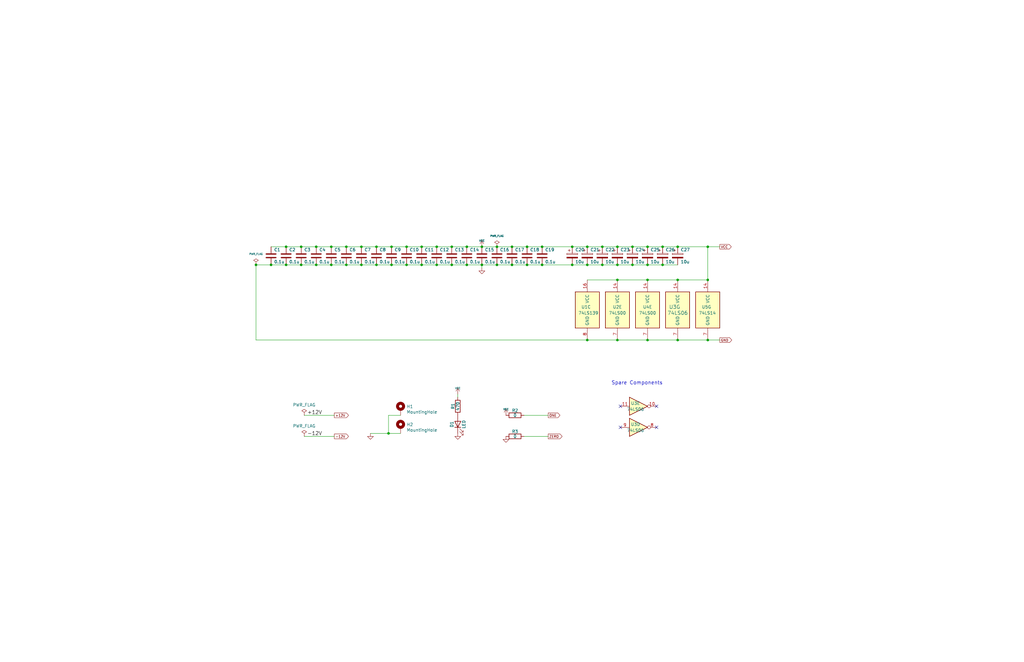
<source format=kicad_sch>
(kicad_sch (version 20211123) (generator eeschema)
  (paper "B")
  (lib_symbols
    (symbol "74xx:74LS00" (pin_names (offset 1.016))
      (property "Reference" "U" (at 0 1.27 0))
      (property "Value" "74LS00" (at 0 -1.27 0))
      (symbol "74LS00_1_1"
        (arc (start 0 -3.81) (mid 3.81 0) (end 0 3.81) (stroke (width 0.254)) (fill (type background)))
        (polyline (pts (xy 0 3.81) (xy -3.81 3.81) (xy -3.81 -3.81) (xy 0 -3.81)) (stroke (width 0.254)) (fill (type background)))
        (pin input line (at -7.62 2.54 0) (length 3.81) (name "~") (number "1"))
        (pin input line (at -7.62 -2.54 0) (length 3.81) (name "~") (number "2"))
        (pin output inverted (at 7.62 0 180) (length 3.81) (name "~") (number "3"))
      )
      (symbol "74LS00_1_2"
        (arc (start -3.81 -3.81) (mid -2.589 0) (end -3.81 3.81) (stroke (width 0.254)))
        (arc (start -0.6096 -3.81) (mid 2.1842 -2.5851) (end 3.81 0) (stroke (width 0.254)) (fill (type background)))
        (polyline (pts (xy -3.81 -3.81) (xy -0.635 -3.81)) (stroke (width 0.254)) (fill (type background)))
        (polyline (pts (xy -3.81 3.81) (xy -0.635 3.81)) (stroke (width 0.254)) (fill (type background)))
        (polyline (pts (xy -0.635 3.81) (xy -3.81 3.81) (xy -3.81 3.81) (xy -3.556 3.4036) (xy -3.0226 2.2606) (xy -2.6924 1.0414) (xy -2.6162 -0.254) (xy -2.7686 -1.4986) (xy -3.175 -2.7178) (xy -3.81 -3.81) (xy -3.81 -3.81) (xy -0.635 -3.81)) (stroke (width -25.4)) (fill (type background)))
        (arc (start 3.81 0) (mid 2.1915 2.5936) (end -0.6096 3.81) (stroke (width 0.254)) (fill (type background)))
        (pin input inverted (at -7.62 2.54 0) (length 4.318) (name "~") (number "1"))
        (pin input inverted (at -7.62 -2.54 0) (length 4.318) (name "~") (number "2"))
        (pin output line (at 7.62 0 180) (length 3.81) (name "~") (number "3"))
      )
      (symbol "74LS00_2_1"
        (arc (start 0 -3.81) (mid 3.81 0) (end 0 3.81) (stroke (width 0.254)) (fill (type background)))
        (polyline (pts (xy 0 3.81) (xy -3.81 3.81) (xy -3.81 -3.81) (xy 0 -3.81)) (stroke (width 0.254)) (fill (type background)))
        (pin input line (at -7.62 2.54 0) (length 3.81) (name "~") (number "4"))
        (pin input line (at -7.62 -2.54 0) (length 3.81) (name "~") (number "5"))
        (pin output inverted (at 7.62 0 180) (length 3.81) (name "~") (number "6"))
      )
      (symbol "74LS00_2_2"
        (arc (start -3.81 -3.81) (mid -2.589 0) (end -3.81 3.81) (stroke (width 0.254)))
        (arc (start -0.6096 -3.81) (mid 2.1842 -2.5851) (end 3.81 0) (stroke (width 0.254)) (fill (type background)))
        (polyline (pts (xy -3.81 -3.81) (xy -0.635 -3.81)) (stroke (width 0.254)) (fill (type background)))
        (polyline (pts (xy -3.81 3.81) (xy -0.635 3.81)) (stroke (width 0.254)) (fill (type background)))
        (polyline (pts (xy -0.635 3.81) (xy -3.81 3.81) (xy -3.81 3.81) (xy -3.556 3.4036) (xy -3.0226 2.2606) (xy -2.6924 1.0414) (xy -2.6162 -0.254) (xy -2.7686 -1.4986) (xy -3.175 -2.7178) (xy -3.81 -3.81) (xy -3.81 -3.81) (xy -0.635 -3.81)) (stroke (width -25.4)) (fill (type background)))
        (arc (start 3.81 0) (mid 2.1915 2.5936) (end -0.6096 3.81) (stroke (width 0.254)) (fill (type background)))
        (pin input inverted (at -7.62 2.54 0) (length 4.318) (name "~") (number "4"))
        (pin input inverted (at -7.62 -2.54 0) (length 4.318) (name "~") (number "5"))
        (pin output line (at 7.62 0 180) (length 3.81) (name "~") (number "6"))
      )
      (symbol "74LS00_3_1"
        (arc (start 0 -3.81) (mid 3.81 0) (end 0 3.81) (stroke (width 0.254)) (fill (type background)))
        (polyline (pts (xy 0 3.81) (xy -3.81 3.81) (xy -3.81 -3.81) (xy 0 -3.81)) (stroke (width 0.254)) (fill (type background)))
        (pin input line (at -7.62 -2.54 0) (length 3.81) (name "~") (number "10"))
        (pin output inverted (at 7.62 0 180) (length 3.81) (name "~") (number "8"))
        (pin input line (at -7.62 2.54 0) (length 3.81) (name "~") (number "9"))
      )
      (symbol "74LS00_3_2"
        (arc (start -3.81 -3.81) (mid -2.589 0) (end -3.81 3.81) (stroke (width 0.254)))
        (arc (start -0.6096 -3.81) (mid 2.1842 -2.5851) (end 3.81 0) (stroke (width 0.254)) (fill (type background)))
        (polyline (pts (xy -3.81 -3.81) (xy -0.635 -3.81)) (stroke (width 0.254)) (fill (type background)))
        (polyline (pts (xy -3.81 3.81) (xy -0.635 3.81)) (stroke (width 0.254)) (fill (type background)))
        (polyline (pts (xy -0.635 3.81) (xy -3.81 3.81) (xy -3.81 3.81) (xy -3.556 3.4036) (xy -3.0226 2.2606) (xy -2.6924 1.0414) (xy -2.6162 -0.254) (xy -2.7686 -1.4986) (xy -3.175 -2.7178) (xy -3.81 -3.81) (xy -3.81 -3.81) (xy -0.635 -3.81)) (stroke (width -25.4)) (fill (type background)))
        (arc (start 3.81 0) (mid 2.1915 2.5936) (end -0.6096 3.81) (stroke (width 0.254)) (fill (type background)))
        (pin input inverted (at -7.62 -2.54 0) (length 4.318) (name "~") (number "10"))
        (pin output line (at 7.62 0 180) (length 3.81) (name "~") (number "8"))
        (pin input inverted (at -7.62 2.54 0) (length 4.318) (name "~") (number "9"))
      )
      (symbol "74LS00_4_1"
        (arc (start 0 -3.81) (mid 3.81 0) (end 0 3.81) (stroke (width 0.254)) (fill (type background)))
        (polyline (pts (xy 0 3.81) (xy -3.81 3.81) (xy -3.81 -3.81) (xy 0 -3.81)) (stroke (width 0.254)) (fill (type background)))
        (pin output inverted (at 7.62 0 180) (length 3.81) (name "~") (number "11"))
        (pin input line (at -7.62 2.54 0) (length 3.81) (name "~") (number "12"))
        (pin input line (at -7.62 -2.54 0) (length 3.81) (name "~") (number "13"))
      )
      (symbol "74LS00_4_2"
        (arc (start -3.81 -3.81) (mid -2.589 0) (end -3.81 3.81) (stroke (width 0.254)))
        (arc (start -0.6096 -3.81) (mid 2.1842 -2.5851) (end 3.81 0) (stroke (width 0.254)) (fill (type background)))
        (polyline (pts (xy -3.81 -3.81) (xy -0.635 -3.81)) (stroke (width 0.254)) (fill (type background)))
        (polyline (pts (xy -3.81 3.81) (xy -0.635 3.81)) (stroke (width 0.254)) (fill (type background)))
        (polyline (pts (xy -0.635 3.81) (xy -3.81 3.81) (xy -3.81 3.81) (xy -3.556 3.4036) (xy -3.0226 2.2606) (xy -2.6924 1.0414) (xy -2.6162 -0.254) (xy -2.7686 -1.4986) (xy -3.175 -2.7178) (xy -3.81 -3.81) (xy -3.81 -3.81) (xy -0.635 -3.81)) (stroke (width -25.4)) (fill (type background)))
        (arc (start 3.81 0) (mid 2.1915 2.5936) (end -0.6096 3.81) (stroke (width 0.254)) (fill (type background)))
        (pin output line (at 7.62 0 180) (length 3.81) (name "~") (number "11"))
        (pin input inverted (at -7.62 2.54 0) (length 4.318) (name "~") (number "12"))
        (pin input inverted (at -7.62 -2.54 0) (length 4.318) (name "~") (number "13"))
      )
      (symbol "74LS00_5_0"
        (pin power_in line (at 0 12.7 270) (length 5.08) (name "VCC") (number "14"))
        (pin power_in line (at 0 -12.7 90) (length 5.08) (name "GND") (number "7"))
      )
      (symbol "74LS00_5_1"
        (rectangle (start -5.08 7.62) (end 5.08 -7.62) (stroke (width 0.254)) (fill (type background)))
      )
    )
    (symbol "74xx:74LS06" (pin_names (offset 1.016))
      (property "Reference" "U" (at 0 1.27 0))
      (property "Value" "74LS06" (at 0 -1.27 0))
      (symbol "74LS06_1_0"
        (polyline (pts (xy -3.81 3.81) (xy -3.81 -3.81) (xy 3.81 0) (xy -3.81 3.81)) (stroke (width 0.254)) (fill (type background)))
        (pin input line (at -7.62 0 0) (length 3.81) (name "~") (number "1"))
        (pin open_collector inverted (at 7.62 0 180) (length 3.81) (name "~") (number "2"))
      )
      (symbol "74LS06_2_0"
        (polyline (pts (xy -3.81 3.81) (xy -3.81 -3.81) (xy 3.81 0) (xy -3.81 3.81)) (stroke (width 0.254)) (fill (type background)))
        (pin input line (at -7.62 0 0) (length 3.81) (name "~") (number "3"))
        (pin open_collector inverted (at 7.62 0 180) (length 3.81) (name "~") (number "4"))
      )
      (symbol "74LS06_3_0"
        (polyline (pts (xy -3.81 3.81) (xy -3.81 -3.81) (xy 3.81 0) (xy -3.81 3.81)) (stroke (width 0.254)) (fill (type background)))
        (pin input line (at -7.62 0 0) (length 3.81) (name "~") (number "5"))
        (pin open_collector inverted (at 7.62 0 180) (length 3.81) (name "~") (number "6"))
      )
      (symbol "74LS06_4_0"
        (polyline (pts (xy -3.81 3.81) (xy -3.81 -3.81) (xy 3.81 0) (xy -3.81 3.81)) (stroke (width 0.254)) (fill (type background)))
        (pin open_collector inverted (at 7.62 0 180) (length 3.81) (name "~") (number "8"))
        (pin input line (at -7.62 0 0) (length 3.81) (name "~") (number "9"))
      )
      (symbol "74LS06_5_0"
        (polyline (pts (xy -3.81 3.81) (xy -3.81 -3.81) (xy 3.81 0) (xy -3.81 3.81)) (stroke (width 0.254)) (fill (type background)))
        (pin open_collector inverted (at 7.62 0 180) (length 3.81) (name "~") (number "10"))
        (pin input line (at -7.62 0 0) (length 3.81) (name "~") (number "11"))
      )
      (symbol "74LS06_6_0"
        (polyline (pts (xy -3.81 3.81) (xy -3.81 -3.81) (xy 3.81 0) (xy -3.81 3.81)) (stroke (width 0.254)) (fill (type background)))
        (pin open_collector inverted (at 7.62 0 180) (length 3.81) (name "~") (number "12"))
        (pin input line (at -7.62 0 0) (length 3.81) (name "~") (number "13"))
      )
      (symbol "74LS06_7_0"
        (pin power_in line (at 0 12.7 270) (length 5.08) (name "VCC") (number "14"))
        (pin power_in line (at 0 -12.7 90) (length 5.08) (name "GND") (number "7"))
      )
      (symbol "74LS06_7_1"
        (rectangle (start -5.08 7.62) (end 5.08 -7.62) (stroke (width 0.254)) (fill (type background)))
      )
    )
    (symbol "74xx:74LS139" (pin_names (offset 1.016))
      (property "Reference" "U" (at -7.62 8.89 0))
      (property "Value" "74LS139" (at -7.62 -8.89 0))
      (symbol "74LS139_1_0"
        (pin input inverted (at -12.7 -5.08 0) (length 5.08) (name "E") (number "1"))
        (pin input line (at -12.7 0 0) (length 5.08) (name "A0") (number "2"))
        (pin input line (at -12.7 2.54 0) (length 5.08) (name "A1") (number "3"))
        (pin output inverted (at 12.7 2.54 180) (length 5.08) (name "O0") (number "4"))
        (pin output inverted (at 12.7 0 180) (length 5.08) (name "O1") (number "5"))
        (pin output inverted (at 12.7 -2.54 180) (length 5.08) (name "O2") (number "6"))
        (pin output inverted (at 12.7 -5.08 180) (length 5.08) (name "O3") (number "7"))
      )
      (symbol "74LS139_1_1"
        (rectangle (start -7.62 5.08) (end 7.62 -7.62) (stroke (width 0.254)) (fill (type background)))
      )
      (symbol "74LS139_2_0"
        (pin output inverted (at 12.7 -2.54 180) (length 5.08) (name "O2") (number "10"))
        (pin output inverted (at 12.7 0 180) (length 5.08) (name "O1") (number "11"))
        (pin output inverted (at 12.7 2.54 180) (length 5.08) (name "O0") (number "12"))
        (pin input line (at -12.7 2.54 0) (length 5.08) (name "A1") (number "13"))
        (pin input line (at -12.7 0 0) (length 5.08) (name "A0") (number "14"))
        (pin input inverted (at -12.7 -5.08 0) (length 5.08) (name "E") (number "15"))
        (pin output inverted (at 12.7 -5.08 180) (length 5.08) (name "O3") (number "9"))
      )
      (symbol "74LS139_2_1"
        (rectangle (start -7.62 5.08) (end 7.62 -7.62) (stroke (width 0.254)) (fill (type background)))
      )
      (symbol "74LS139_3_0"
        (pin power_in line (at 0 12.7 270) (length 5.08) (name "VCC") (number "16"))
        (pin power_in line (at 0 -12.7 90) (length 5.08) (name "GND") (number "8"))
      )
      (symbol "74LS139_3_1"
        (rectangle (start -5.08 7.62) (end 5.08 -7.62) (stroke (width 0.254)) (fill (type background)))
      )
    )
    (symbol "74xx:74LS14" (pin_names (offset 1.016))
      (property "Reference" "U" (at 0 1.27 0))
      (property "Value" "74LS14" (at 0 -1.27 0))
      (symbol "74LS14_1_0"
        (polyline (pts (xy -3.81 3.81) (xy -3.81 -3.81) (xy 3.81 0) (xy -3.81 3.81)) (stroke (width 0.254)) (fill (type background)))
        (pin input line (at -7.62 0 0) (length 3.81) (name "~") (number "1"))
        (pin output inverted (at 7.62 0 180) (length 3.81) (name "~") (number "2"))
      )
      (symbol "74LS14_1_1"
        (polyline (pts (xy -1.905 -1.27) (xy -1.905 1.27) (xy -0.635 1.27)))
        (polyline (pts (xy -2.54 -1.27) (xy -0.635 -1.27) (xy -0.635 1.27) (xy 0 1.27)))
      )
      (symbol "74LS14_2_0"
        (polyline (pts (xy -3.81 3.81) (xy -3.81 -3.81) (xy 3.81 0) (xy -3.81 3.81)) (stroke (width 0.254)) (fill (type background)))
        (pin input line (at -7.62 0 0) (length 3.81) (name "~") (number "3"))
        (pin output inverted (at 7.62 0 180) (length 3.81) (name "~") (number "4"))
      )
      (symbol "74LS14_2_1"
        (polyline (pts (xy -1.905 -1.27) (xy -1.905 1.27) (xy -0.635 1.27)))
        (polyline (pts (xy -2.54 -1.27) (xy -0.635 -1.27) (xy -0.635 1.27) (xy 0 1.27)))
      )
      (symbol "74LS14_3_0"
        (polyline (pts (xy -3.81 3.81) (xy -3.81 -3.81) (xy 3.81 0) (xy -3.81 3.81)) (stroke (width 0.254)) (fill (type background)))
        (pin input line (at -7.62 0 0) (length 3.81) (name "~") (number "5"))
        (pin output inverted (at 7.62 0 180) (length 3.81) (name "~") (number "6"))
      )
      (symbol "74LS14_3_1"
        (polyline (pts (xy -1.905 -1.27) (xy -1.905 1.27) (xy -0.635 1.27)))
        (polyline (pts (xy -2.54 -1.27) (xy -0.635 -1.27) (xy -0.635 1.27) (xy 0 1.27)))
      )
      (symbol "74LS14_4_0"
        (polyline (pts (xy -3.81 3.81) (xy -3.81 -3.81) (xy 3.81 0) (xy -3.81 3.81)) (stroke (width 0.254)) (fill (type background)))
        (pin output inverted (at 7.62 0 180) (length 3.81) (name "~") (number "8"))
        (pin input line (at -7.62 0 0) (length 3.81) (name "~") (number "9"))
      )
      (symbol "74LS14_4_1"
        (polyline (pts (xy -1.905 -1.27) (xy -1.905 1.27) (xy -0.635 1.27)))
        (polyline (pts (xy -2.54 -1.27) (xy -0.635 -1.27) (xy -0.635 1.27) (xy 0 1.27)))
      )
      (symbol "74LS14_5_0"
        (polyline (pts (xy -3.81 3.81) (xy -3.81 -3.81) (xy 3.81 0) (xy -3.81 3.81)) (stroke (width 0.254)) (fill (type background)))
        (pin output inverted (at 7.62 0 180) (length 3.81) (name "~") (number "10"))
        (pin input line (at -7.62 0 0) (length 3.81) (name "~") (number "11"))
      )
      (symbol "74LS14_5_1"
        (polyline (pts (xy -1.905 -1.27) (xy -1.905 1.27) (xy -0.635 1.27)))
        (polyline (pts (xy -2.54 -1.27) (xy -0.635 -1.27) (xy -0.635 1.27) (xy 0 1.27)))
      )
      (symbol "74LS14_6_0"
        (polyline (pts (xy -3.81 3.81) (xy -3.81 -3.81) (xy 3.81 0) (xy -3.81 3.81)) (stroke (width 0.254)) (fill (type background)))
        (pin output inverted (at 7.62 0 180) (length 3.81) (name "~") (number "12"))
        (pin input line (at -7.62 0 0) (length 3.81) (name "~") (number "13"))
      )
      (symbol "74LS14_6_1"
        (polyline (pts (xy -1.905 -1.27) (xy -1.905 1.27) (xy -0.635 1.27)))
        (polyline (pts (xy -2.54 -1.27) (xy -0.635 -1.27) (xy -0.635 1.27) (xy 0 1.27)))
      )
      (symbol "74LS14_7_0"
        (pin power_in line (at 0 12.7 270) (length 5.08) (name "VCC") (number "14"))
        (pin power_in line (at 0 -12.7 90) (length 5.08) (name "GND") (number "7"))
      )
      (symbol "74LS14_7_1"
        (rectangle (start -5.08 7.62) (end 5.08 -7.62) (stroke (width 0.254)) (fill (type background)))
      )
    )
    (symbol "Device:C" (pin_numbers hide) (pin_names (offset 0.254))
      (property "Reference" "C" (at 0.635 2.54 0))
      (property "Value" "C" (at 0.635 -2.54 0))
      (symbol "C_0_1"
        (polyline (pts (xy -2.032 -0.762) (xy 2.032 -0.762)) (stroke (width 0.508)))
        (polyline (pts (xy -2.032 0.762) (xy 2.032 0.762)) (stroke (width 0.508)))
      )
      (symbol "C_1_1"
        (pin passive line (at 0 3.81 270) (length 2.794) (name "~") (number "1"))
        (pin passive line (at 0 -3.81 90) (length 2.794) (name "~") (number "2"))
      )
    )
    (symbol "Device:C_Polarized" (pin_numbers hide) (pin_names (offset 0.254))
      (property "Reference" "C" (at 0.635 2.54 0))
      (property "Value" "C_Polarized" (at 0.635 -2.54 0))
      (symbol "C_Polarized_0_1"
        (rectangle (start -2.286 0.508) (end 2.286 1.016))
        (polyline (pts (xy -1.778 2.286) (xy -0.762 2.286)))
        (polyline (pts (xy -1.27 2.794) (xy -1.27 1.778)))
        (rectangle (start 2.286 -0.508) (end -2.286 -1.016) (fill (type outline)))
      )
      (symbol "C_Polarized_1_1"
        (pin passive line (at 0 3.81 270) (length 2.794) (name "~") (number "1"))
        (pin passive line (at 0 -3.81 90) (length 2.794) (name "~") (number "2"))
      )
    )
    (symbol "Device:LED" (pin_numbers hide) (pin_names (offset 1.016) hide)
      (property "Reference" "D" (at 0 2.54 0))
      (property "Value" "LED" (at 0 -2.54 0))
      (symbol "LED_0_1"
        (polyline (pts (xy -1.27 -1.27) (xy -1.27 1.27)) (stroke (width 0.254)))
        (polyline (pts (xy -1.27 0) (xy 1.27 0)))
        (polyline (pts (xy 1.27 -1.27) (xy 1.27 1.27) (xy -1.27 0) (xy 1.27 -1.27)) (stroke (width 0.254)))
        (polyline (pts (xy -3.048 -0.762) (xy -4.572 -2.286) (xy -3.81 -2.286) (xy -4.572 -2.286) (xy -4.572 -1.524)))
        (polyline (pts (xy -1.778 -0.762) (xy -3.302 -2.286) (xy -2.54 -2.286) (xy -3.302 -2.286) (xy -3.302 -1.524)))
      )
      (symbol "LED_1_1"
        (pin passive line (at -3.81 0 0) (length 2.54) (name "K") (number "1"))
        (pin passive line (at 3.81 0 180) (length 2.54) (name "A") (number "2"))
      )
    )
    (symbol "Device:R" (pin_numbers hide) (pin_names (offset 0))
      (property "Reference" "R" (at 2.032 0 90))
      (property "Value" "R" (at 0 0 90))
      (symbol "R_0_1"
        (rectangle (start -1.016 -2.54) (end 1.016 2.54) (stroke (width 0.254)))
      )
      (symbol "R_1_1"
        (pin passive line (at 0 3.81 270) (length 1.27) (name "~") (number "1"))
        (pin passive line (at 0 -3.81 90) (length 1.27) (name "~") (number "2"))
      )
    )
    (symbol "Mechanical:MountingHole_Pad" (pin_numbers hide) (pin_names (offset 1.016) hide)
      (property "Reference" "H" (at 0 6.35 0))
      (property "Value" "MountingHole_Pad" (at 0 4.445 0))
      (symbol "MountingHole_Pad_0_1"
        (circle (center 0 1.27) (radius 1.27) (stroke (width 1.27)))
      )
      (symbol "MountingHole_Pad_1_1"
        (pin input line (at 0 -2.54 90) (length 2.54) (name "1") (number "1"))
      )
    )
    (symbol "power:GND" (power) (pin_names (offset 0))
      (property "Value" "GND" (at 0 -3.81 0))
      (symbol "GND_0_1"
        (polyline (pts (xy 0 0) (xy 0 -1.27) (xy 1.27 -1.27) (xy 0 -2.54) (xy -1.27 -1.27) (xy 0 -1.27)))
      )
      (symbol "GND_1_1"
        (pin power_in line (at 0 0 270) (length 0) hide (name "GND") (number "1"))
      )
    )
    (symbol "power:PWR_FLAG" (power) (pin_numbers hide) (pin_names (offset 0) hide)
      (property "Value" "PWR_FLAG" (at 0 3.81 0))
      (symbol "PWR_FLAG_0_0"
        (pin power_out line (at 0 0 90) (length 0) (name "pwr") (number "1"))
      )
      (symbol "PWR_FLAG_0_1"
        (polyline (pts (xy 0 0) (xy 0 1.27) (xy -1.016 1.905) (xy 0 2.54) (xy 1.016 1.905) (xy 0 1.27)))
      )
    )
    (symbol "power:VCC" (power) (pin_names (offset 0))
      (property "Value" "VCC" (at 0 3.81 0))
      (symbol "VCC_0_1"
        (polyline (pts (xy -0.762 1.27) (xy 0 2.54)))
        (polyline (pts (xy 0 0) (xy 0 2.54)))
        (polyline (pts (xy 0 2.54) (xy 0.762 1.27)))
      )
      (symbol "VCC_1_1"
        (pin power_in line (at 0 0 90) (length 0) hide (name "VCC") (number "1"))
      )
    )
  )
  (junction (at 273.05 104.14))
  (junction (at 241.3 111.76))
  (junction (at 279.4 111.76))
  (junction (at 127 104.14))
  (junction (at 228.6 104.14))
  (junction (at 285.75 104.14))
  (junction (at 177.8 104.14))
  (junction (at 203.2 104.14))
  (junction (at 273.05 118.11))
  (junction (at 152.4 104.14))
  (junction (at 203.2 111.76))
  (junction (at 222.25 104.14))
  (junction (at 298.45 118.11))
  (junction (at 247.65 104.14))
  (junction (at 152.4 111.76))
  (junction (at 196.85 104.14))
  (junction (at 215.9 111.76))
  (junction (at 209.55 104.14))
  (junction (at 209.55 111.76))
  (junction (at 260.35 111.76))
  (junction (at 196.85 111.76))
  (junction (at 241.3 104.14))
  (junction (at 260.35 143.51))
  (junction (at 165.1 104.14))
  (junction (at 139.7 104.14))
  (junction (at 127 111.76))
  (junction (at 114.3 111.76))
  (junction (at 260.35 104.14))
  (junction (at 298.45 143.51))
  (junction (at 247.65 143.51))
  (junction (at 177.8 111.76))
  (junction (at 285.75 118.11))
  (junction (at 163.83 182.88))
  (junction (at 107.95 111.76))
  (junction (at 171.45 104.14))
  (junction (at 190.5 104.14))
  (junction (at 184.15 104.14))
  (junction (at 266.7 111.76))
  (junction (at 158.75 104.14))
  (junction (at 133.35 111.76))
  (junction (at 171.45 111.76))
  (junction (at 165.1 111.76))
  (junction (at 273.05 143.51))
  (junction (at 279.4 104.14))
  (junction (at 298.45 104.14))
  (junction (at 266.7 104.14))
  (junction (at 247.65 111.76))
  (junction (at 146.05 104.14))
  (junction (at 260.35 118.11))
  (junction (at 228.6 111.76))
  (junction (at 184.15 111.76))
  (junction (at 215.9 104.14))
  (junction (at 190.5 111.76))
  (junction (at 254 104.14))
  (junction (at 133.35 104.14))
  (junction (at 273.05 111.76))
  (junction (at 285.75 143.51))
  (junction (at 146.05 111.76))
  (junction (at 254 111.76))
  (junction (at 222.25 111.76))
  (junction (at 139.7 111.76))
  (junction (at 120.65 111.76))
  (junction (at 158.75 111.76))
  (junction (at 120.65 104.14))
  (no_connect (at 261.62 180.34))
  (no_connect (at 276.86 171.45))
  (no_connect (at 276.86 180.34))
  (no_connect (at 261.62 171.45))
  (wire (pts (xy 152.4 111.76) (xy 158.75 111.76)))
  (wire (pts (xy 133.35 111.76) (xy 139.7 111.76)))
  (wire (pts (xy 158.75 104.14) (xy 152.4 104.14)))
  (wire (pts (xy 222.25 111.76) (xy 228.6 111.76)))
  (wire (pts (xy 203.2 111.76) (xy 209.55 111.76)))
  (wire (pts (xy 266.7 111.76) (xy 273.05 111.76)))
  (wire (pts (xy 273.05 143.51) (xy 285.75 143.51)))
  (wire (pts (xy 273.05 118.11) (xy 285.75 118.11)))
  (wire (pts (xy 190.5 111.76) (xy 196.85 111.76)))
  (wire (pts (xy 168.91 182.88) (xy 163.83 182.88)))
  (wire (pts (xy 128.27 175.26) (xy 140.97 175.26)))
  (wire (pts (xy 165.1 104.14) (xy 158.75 104.14)))
  (wire (pts (xy 285.75 118.11) (xy 298.45 118.11)))
  (wire (pts (xy 298.45 143.51) (xy 303.53 143.51)))
  (wire (pts (xy 254 111.76) (xy 260.35 111.76)))
  (wire (pts (xy 222.25 104.14) (xy 228.6 104.14)))
  (wire (pts (xy 241.3 104.14) (xy 247.65 104.14)))
  (wire (pts (xy 247.65 111.76) (xy 254 111.76)))
  (wire (pts (xy 260.35 104.14) (xy 266.7 104.14)))
  (wire (pts (xy 196.85 111.76) (xy 203.2 111.76)))
  (wire (pts (xy 209.55 104.14) (xy 215.9 104.14)))
  (wire (pts (xy 158.75 111.76) (xy 165.1 111.76)))
  (wire (pts (xy 107.95 111.76) (xy 114.3 111.76)))
  (wire (pts (xy 260.35 143.51) (xy 273.05 143.51)))
  (wire (pts (xy 228.6 104.14) (xy 241.3 104.14)))
  (wire (pts (xy 203.2 104.14) (xy 209.55 104.14)))
  (wire (pts (xy 120.65 104.14) (xy 114.3 104.14)))
  (wire (pts (xy 285.75 143.51) (xy 298.45 143.51)))
  (wire (pts (xy 184.15 104.14) (xy 190.5 104.14)))
  (wire (pts (xy 171.45 104.14) (xy 177.8 104.14)))
  (wire (pts (xy 128.27 184.15) (xy 140.97 184.15)))
  (wire (pts (xy 260.35 111.76) (xy 266.7 111.76)))
  (wire (pts (xy 127 111.76) (xy 133.35 111.76)))
  (wire (pts (xy 279.4 104.14) (xy 285.75 104.14)))
  (wire (pts (xy 298.45 118.11) (xy 298.45 104.14)))
  (wire (pts (xy 127 104.14) (xy 120.65 104.14)))
  (wire (pts (xy 273.05 111.76) (xy 279.4 111.76)))
  (wire (pts (xy 139.7 111.76) (xy 146.05 111.76)))
  (wire (pts (xy 114.3 111.76) (xy 120.65 111.76)))
  (wire (pts (xy 215.9 111.76) (xy 222.25 111.76)))
  (wire (pts (xy 260.35 118.11) (xy 273.05 118.11)))
  (wire (pts (xy 279.4 111.76) (xy 285.75 111.76)))
  (wire (pts (xy 254 104.14) (xy 260.35 104.14)))
  (wire (pts (xy 107.95 143.51) (xy 247.65 143.51)))
  (wire (pts (xy 177.8 111.76) (xy 184.15 111.76)))
  (wire (pts (xy 298.45 104.14) (xy 303.53 104.14)))
  (wire (pts (xy 220.98 175.26) (xy 231.14 175.26)))
  (wire (pts (xy 152.4 104.14) (xy 146.05 104.14)))
  (wire (pts (xy 168.91 175.26) (xy 163.83 175.26)))
  (wire (pts (xy 203.2 111.76) (xy 203.2 113.03)))
  (wire (pts (xy 133.35 104.14) (xy 127 104.14)))
  (wire (pts (xy 146.05 104.14) (xy 139.7 104.14)))
  (wire (pts (xy 107.95 111.76) (xy 107.95 143.51)))
  (wire (pts (xy 184.15 111.76) (xy 190.5 111.76)))
  (wire (pts (xy 193.04 167.64) (xy 193.04 166.37)))
  (wire (pts (xy 247.65 104.14) (xy 254 104.14)))
  (wire (pts (xy 228.6 111.76) (xy 241.3 111.76)))
  (wire (pts (xy 165.1 111.76) (xy 171.45 111.76)))
  (wire (pts (xy 273.05 104.14) (xy 279.4 104.14)))
  (wire (pts (xy 171.45 104.14) (xy 165.1 104.14)))
  (wire (pts (xy 220.98 184.15) (xy 231.14 184.15)))
  (wire (pts (xy 266.7 104.14) (xy 273.05 104.14)))
  (wire (pts (xy 190.5 104.14) (xy 196.85 104.14)))
  (wire (pts (xy 177.8 104.14) (xy 184.15 104.14)))
  (wire (pts (xy 163.83 175.26) (xy 163.83 182.88)))
  (wire (pts (xy 247.65 143.51) (xy 260.35 143.51)))
  (wire (pts (xy 139.7 104.14) (xy 133.35 104.14)))
  (wire (pts (xy 171.45 111.76) (xy 177.8 111.76)))
  (wire (pts (xy 241.3 111.76) (xy 247.65 111.76)))
  (wire (pts (xy 196.85 104.14) (xy 203.2 104.14)))
  (wire (pts (xy 120.65 111.76) (xy 127 111.76)))
  (wire (pts (xy 215.9 104.14) (xy 222.25 104.14)))
  (wire (pts (xy 146.05 111.76) (xy 152.4 111.76)))
  (wire (pts (xy 285.75 104.14) (xy 298.45 104.14)))
  (wire (pts (xy 247.65 118.11) (xy 260.35 118.11)))
  (wire (pts (xy 209.55 111.76) (xy 215.9 111.76)))
  (wire (pts (xy 163.83 182.88) (xy 156.21 182.88)))
  (text "Spare Components" (at 257.81 162.56 0) (effects (font (size 1.524 1.524)) (justify left bottom)))
  (label "-12V" (at 129.54 184.15 0) (effects (font (size 1.524 1.524))))
  (label "+12V" (at 129.54 175.26 0) (effects (font (size 1.524 1.524))))
  (global_label "ZERO" (shape output) (at 231.14 184.15 0) (effects (font (size 1.016 1.016))) (property "Intersheet References" "${INTERSHEET_REFS}" (effects hide)))
  (global_label "VCC" (shape output) (at 303.53 104.14 0) (effects (font (size 1.016 1.016))) (property "Intersheet References" "${INTERSHEET_REFS}" (effects hide)))
  (global_label "+12V" (shape output) (at 140.97 175.26 0) (effects (font (size 1.016 1.016))) (property "Intersheet References" "${INTERSHEET_REFS}" (effects hide)))
  (global_label "GND" (shape output) (at 303.53 143.51 0) (effects (font (size 1.016 1.016))) (property "Intersheet References" "${INTERSHEET_REFS}" (effects hide)))
  (global_label "-12V" (shape output) (at 140.97 184.15 0) (effects (font (size 1.016 1.016))) (property "Intersheet References" "${INTERSHEET_REFS}" (effects hide)))
  (global_label "ONE" (shape output) (at 231.14 175.26 0) (effects (font (size 1.016 1.016))) (property "Intersheet References" "${INTERSHEET_REFS}" (effects hide)))
  (symbol (lib_id "Device:C_Polarized") (at 285.75 107.95 0) (unit 1)
    (property "Reference" "C27" (at 287.02 105.41 0) (effects (justify left)))
    (property "Value" "10u" (at 287.02 110.49 0) (effects (justify left)))
    (property "Footprint" "Capacitor_THT:CP_Radial_D5.0mm_P2.50mm" (effects hide))
  )
  (symbol (lib_id "Device:C") (at 114.3 107.95 0) (unit 1)
    (property "Reference" "C1" (at 115.57 105.41 0) (effects (justify left)))
    (property "Value" "0.1u" (at 115.57 110.49 0) (effects (justify left)))
    (property "Footprint" "Capacitor_THT:C_Disc_D5.0mm_W2.5mm_P5.00mm" (effects hide))
  )
  (symbol (lib_id "power:GND") (at 203.2 113.03 0) (unit 1)
    (property "Reference" "#PWR05" (effects hide))
    (property "Value" "GND" (effects hide))
  )
  (symbol (lib_id "power:VCC") (at 203.2 104.14 0) (unit 1)
    (property "Reference" "#PWR04" (effects hide))
    (property "Value" "VCC" (at 203.2 101.6 0) (effects (font (size 0.762 0.762))))
  )
  (symbol (lib_id "Device:C") (at 215.9 107.95 0) (unit 1)
    (property "Reference" "C17" (at 217.17 105.41 0) (effects (justify left)))
    (property "Value" "0.1u" (at 217.17 110.49 0) (effects (justify left)))
    (property "Footprint" "Capacitor_THT:C_Disc_D5.0mm_W2.5mm_P5.00mm" (effects hide))
  )
  (symbol (lib_id "Device:C") (at 165.1 107.95 0) (unit 1)
    (property "Reference" "C9" (at 166.37 105.41 0) (effects (justify left)))
    (property "Value" "0.1u" (at 166.37 110.49 0) (effects (justify left)))
    (property "Footprint" "Capacitor_THT:C_Disc_D5.0mm_W2.5mm_P5.00mm" (effects hide))
  )
  (symbol (lib_id "Device:C") (at 171.45 107.95 0) (unit 1)
    (property "Reference" "C10" (at 172.72 105.41 0) (effects (justify left)))
    (property "Value" "0.1u" (at 172.72 110.49 0) (effects (justify left)))
    (property "Footprint" "Capacitor_THT:C_Disc_D5.0mm_W2.5mm_P5.00mm" (effects hide))
  )
  (symbol (lib_id "Device:C_Polarized") (at 266.7 107.95 0) (unit 1)
    (property "Reference" "C24" (at 267.97 105.41 0) (effects (justify left)))
    (property "Value" "10u" (at 267.97 110.49 0) (effects (justify left)))
    (property "Footprint" "Capacitor_THT:CP_Radial_D5.0mm_P2.50mm" (effects hide))
  )
  (symbol (lib_id "Device:C_Polarized") (at 273.05 107.95 0) (unit 1)
    (property "Reference" "C25" (at 274.32 105.41 0) (effects (justify left)))
    (property "Value" "10u" (at 274.32 110.49 0) (effects (justify left)))
    (property "Footprint" "Capacitor_THT:CP_Radial_D5.0mm_P2.50mm" (effects hide))
  )
  (symbol (lib_id "Device:C") (at 127 107.95 0) (unit 1)
    (property "Reference" "C3" (at 128.27 105.41 0) (effects (justify left)))
    (property "Value" "0.1u" (at 128.27 110.49 0) (effects (justify left)))
    (property "Footprint" "Capacitor_THT:C_Disc_D5.0mm_W2.5mm_P5.00mm" (effects hide))
  )
  (symbol (lib_id "Device:C") (at 133.35 107.95 0) (unit 1)
    (property "Reference" "C4" (at 134.62 105.41 0) (effects (justify left)))
    (property "Value" "0.1u" (at 134.62 110.49 0) (effects (justify left)))
    (property "Footprint" "Capacitor_THT:C_Disc_D5.0mm_W2.5mm_P5.00mm" (effects hide))
  )
  (symbol (lib_id "Device:C") (at 139.7 107.95 0) (unit 1)
    (property "Reference" "C5" (at 140.97 105.41 0) (effects (justify left)))
    (property "Value" "0.1u" (at 140.97 110.49 0) (effects (justify left)))
    (property "Footprint" "Capacitor_THT:C_Disc_D5.0mm_W2.5mm_P5.00mm" (effects hide))
  )
  (symbol (lib_id "power:GND") (at 193.04 182.88 0) (unit 1)
    (property "Reference" "#PWR03" (effects hide))
    (property "Value" "GND" (effects hide))
  )
  (symbol (lib_id "Device:C") (at 152.4 107.95 0) (unit 1)
    (property "Reference" "C7" (at 153.67 105.41 0) (effects (justify left)))
    (property "Value" "0.1u" (at 153.67 110.49 0) (effects (justify left)))
    (property "Footprint" "Capacitor_THT:C_Disc_D5.0mm_W2.5mm_P5.00mm" (effects hide))
  )
  (symbol (lib_id "74xx:74LS14") (at 298.45 130.81 0) (unit 7)
    (property "Reference" "U5" (at 295.91 129.54 0) (effects (justify left)))
    (property "Value" "74LS14" (at 294.64 132.08 0) (effects (justify left)))
    (property "Footprint" "Package_DIP:DIP-14_W7.62mm" (effects hide))
    (property "Datasheet" "http://www.ti.com/lit/gpn/sn74LS14" (effects hide))
  )
  (symbol (lib_id "Device:C_Polarized") (at 279.4 107.95 0) (unit 1)
    (property "Reference" "C26" (at 280.67 105.41 0) (effects (justify left)))
    (property "Value" "10u" (at 280.67 110.49 0) (effects (justify left)))
    (property "Footprint" "Capacitor_THT:CP_Radial_D5.0mm_P2.50mm" (effects hide))
  )
  (symbol (lib_id "Device:C") (at 177.8 107.95 0) (unit 1)
    (property "Reference" "C11" (at 179.07 105.41 0) (effects (justify left)))
    (property "Value" "0.1u" (at 179.07 110.49 0) (effects (justify left)))
    (property "Footprint" "Capacitor_THT:C_Disc_D5.0mm_W2.5mm_P5.00mm" (effects hide))
  )
  (symbol (lib_id "Device:C") (at 184.15 107.95 0) (unit 1)
    (property "Reference" "C12" (at 185.42 105.41 0) (effects (justify left)))
    (property "Value" "0.1u" (at 185.42 110.49 0) (effects (justify left)))
    (property "Footprint" "Capacitor_THT:C_Disc_D5.0mm_W2.5mm_P5.00mm" (effects hide))
  )
  (symbol (lib_id "Device:C") (at 190.5 107.95 0) (unit 1)
    (property "Reference" "C13" (at 191.77 105.41 0) (effects (justify left)))
    (property "Value" "0.1u" (at 191.77 110.49 0) (effects (justify left)))
    (property "Footprint" "Capacitor_THT:C_Disc_D5.0mm_W2.5mm_P5.00mm" (effects hide))
  )
  (symbol (lib_id "Device:R") (at 217.17 184.15 90) (unit 1)
    (property "Reference" "R3" (at 217.17 182.118 90))
    (property "Value" "0" (at 217.17 184.15 90))
    (property "Footprint" "Resistor_THT:R_Axial_DIN0207_L6.3mm_D2.5mm_P7.62mm_Horizontal" (effects hide))
  )
  (symbol (lib_id "power:GND") (at 213.36 184.15 0) (unit 1)
    (property "Reference" "#PWR07" (effects hide))
    (property "Value" "GND" (effects hide))
  )
  (symbol (lib_id "power:GND") (at 156.21 182.88 0) (unit 1)
    (property "Reference" "#PWR01" (effects hide))
    (property "Value" "GND" (effects hide))
  )
  (symbol (lib_id "Mechanical:MountingHole_Pad") (at 168.91 180.34 0) (unit 1)
    (property "Reference" "H2" (at 171.45 179.1716 0) (effects (justify left)))
    (property "Value" "MountingHole" (at 171.45 181.483 0) (effects (justify left)))
    (property "Footprint" "MountingHole:MountingHole_3.2mm_M3_Pad" (effects hide))
  )
  (symbol (lib_id "Device:C") (at 196.85 107.95 0) (unit 1)
    (property "Reference" "C14" (at 198.12 105.41 0) (effects (justify left)))
    (property "Value" "0.1u" (at 198.12 110.49 0) (effects (justify left)))
    (property "Footprint" "Capacitor_THT:C_Disc_D5.0mm_W2.5mm_P5.00mm" (effects hide))
  )
  (symbol (lib_id "Device:C") (at 203.2 107.95 0) (unit 1)
    (property "Reference" "C15" (at 204.47 105.41 0) (effects (justify left)))
    (property "Value" "0.1u" (at 204.47 110.49 0) (effects (justify left)))
    (property "Footprint" "Capacitor_THT:C_Disc_D5.0mm_W2.5mm_P5.00mm" (effects hide))
  )
  (symbol (lib_id "Mechanical:MountingHole_Pad") (at 168.91 172.72 0) (unit 1)
    (property "Reference" "H1" (at 171.45 171.5516 0) (effects (justify left)))
    (property "Value" "MountingHole" (at 171.45 173.863 0) (effects (justify left)))
    (property "Footprint" "MountingHole:MountingHole_3.2mm_M3_Pad" (effects hide))
  )
  (symbol (lib_id "power:PWR_FLAG") (at 128.27 175.26 0) (unit 1)
    (property "Reference" "#FLG02" (effects hide))
    (property "Value" "PWR_FLAG" (at 128.27 170.8658 0))
  )
  (symbol (lib_id "power:PWR_FLAG") (at 128.27 184.15 0) (unit 1)
    (property "Reference" "#FLG03" (effects hide))
    (property "Value" "PWR_FLAG" (at 128.27 179.7558 0))
  )
  (symbol (lib_id "power:PWR_FLAG") (at 209.55 104.14 0) (unit 1)
    (property "Reference" "#FLG04" (effects hide))
    (property "Value" "PWR_FLAG" (at 209.55 99.568 0) (effects (font (size 0.762 0.762))))
  )
  (symbol (lib_id "74xx:74LS06") (at 285.75 130.81 0) (unit 7)
    (property "Reference" "U3" (at 284.48 129.54 0) (effects (font (size 1.524 1.524))))
    (property "Value" "74LS06" (at 285.75 132.08 0) (effects (font (size 1.524 1.524))))
    (property "Footprint" "Package_DIP:DIP-14_W7.62mm" (effects hide))
    (property "Datasheet" "http://www.ti.com/lit/gpn/sn74LS06" (effects hide))
  )
  (symbol (lib_id "Device:C_Polarized") (at 241.3 107.95 0) (unit 1)
    (property "Reference" "C20" (at 242.57 105.41 0) (effects (justify left)))
    (property "Value" "10u" (at 242.57 110.49 0) (effects (justify left)))
    (property "Footprint" "Capacitor_THT:CP_Radial_D5.0mm_P2.50mm" (effects hide))
  )
  (symbol (lib_id "Device:C_Polarized") (at 247.65 107.95 0) (unit 1)
    (property "Reference" "C21" (at 248.92 105.41 0) (effects (justify left)))
    (property "Value" "10u" (at 248.92 110.49 0) (effects (justify left)))
    (property "Footprint" "Capacitor_THT:CP_Radial_D5.0mm_P2.50mm" (effects hide))
  )
  (symbol (lib_id "Device:LED") (at 193.04 179.07 90) (unit 1)
    (property "Reference" "D1" (at 190.5 179.07 0))
    (property "Value" "LED" (at 195.58 179.07 0))
    (property "Footprint" "LED_THT:LED_D3.0mm_Horizontal_O3.81mm_Z2.0mm" (effects hide))
  )
  (symbol (lib_id "Device:R") (at 193.04 171.45 180) (unit 1)
    (property "Reference" "R1" (at 191.008 171.45 90))
    (property "Value" "470" (at 193.04 171.45 90))
    (property "Footprint" "Resistor_THT:R_Axial_DIN0207_L6.3mm_D2.5mm_P7.62mm_Horizontal" (effects hide))
  )
  (symbol (lib_id "Device:C") (at 120.65 107.95 0) (unit 1)
    (property "Reference" "C2" (at 121.92 105.41 0) (effects (justify left)))
    (property "Value" "0.1u" (at 121.92 110.49 0) (effects (justify left)))
    (property "Footprint" "Capacitor_THT:C_Disc_D5.0mm_W2.5mm_P5.00mm" (effects hide))
  )
  (symbol (lib_id "power:VCC") (at 193.04 166.37 0) (unit 1)
    (property "Reference" "#PWR02" (effects hide))
    (property "Value" "VCC" (at 193.04 163.83 0) (effects (font (size 0.762 0.762))))
  )
  (symbol (lib_id "Device:C") (at 146.05 107.95 0) (unit 1)
    (property "Reference" "C6" (at 147.32 105.41 0) (effects (justify left)))
    (property "Value" "0.1u" (at 147.32 110.49 0) (effects (justify left)))
    (property "Footprint" "Capacitor_THT:C_Disc_D5.0mm_W2.5mm_P5.00mm" (effects hide))
  )
  (symbol (lib_id "power:PWR_FLAG") (at 107.95 111.76 0) (unit 1)
    (property "Reference" "#FLG01" (effects hide))
    (property "Value" "PWR_FLAG" (at 107.95 107.188 0) (effects (font (size 0.762 0.762))))
  )
  (symbol (lib_id "Device:C") (at 228.6 107.95 0) (unit 1)
    (property "Reference" "C19" (at 229.87 105.41 0) (effects (justify left)))
    (property "Value" "0.1u" (at 229.87 110.49 0) (effects (justify left)))
    (property "Footprint" "Capacitor_THT:C_Disc_D5.0mm_W2.5mm_P5.00mm" (effects hide))
  )
  (symbol (lib_id "Device:C") (at 158.75 107.95 0) (unit 1)
    (property "Reference" "C8" (at 160.02 105.41 0) (effects (justify left)))
    (property "Value" "0.1u" (at 160.02 110.49 0) (effects (justify left)))
    (property "Footprint" "Capacitor_THT:C_Disc_D5.0mm_W2.5mm_P5.00mm" (effects hide))
  )
  (symbol (lib_id "Device:C") (at 222.25 107.95 0) (unit 1)
    (property "Reference" "C18" (at 223.52 105.41 0) (effects (justify left)))
    (property "Value" "0.1u" (at 223.52 110.49 0) (effects (justify left)))
    (property "Footprint" "Capacitor_THT:C_Disc_D5.0mm_W2.5mm_P5.00mm" (effects hide))
  )
  (symbol (lib_id "Device:C_Polarized") (at 254 107.95 0) (unit 1)
    (property "Reference" "C22" (at 255.27 105.41 0) (effects (justify left)))
    (property "Value" "10u" (at 255.27 110.49 0) (effects (justify left)))
    (property "Footprint" "Capacitor_THT:CP_Radial_D5.0mm_P2.50mm" (effects hide))
  )
  (symbol (lib_id "Device:C_Polarized") (at 260.35 107.95 0) (unit 1)
    (property "Reference" "C23" (at 261.62 105.41 0) (effects (justify left)))
    (property "Value" "10u" (at 261.62 110.49 0) (effects (justify left)))
    (property "Footprint" "Capacitor_THT:CP_Radial_D5.0mm_P2.50mm" (effects hide))
  )
  (symbol (lib_id "Device:C") (at 209.55 107.95 0) (unit 1)
    (property "Reference" "C16" (at 210.82 105.41 0) (effects (justify left)))
    (property "Value" "0.1u" (at 210.82 110.49 0) (effects (justify left)))
    (property "Footprint" "Capacitor_THT:C_Disc_D5.0mm_W2.5mm_P5.00mm" (effects hide))
  )
  (symbol (lib_id "74xx:74LS00") (at 273.05 130.81 0) (unit 5)
    (property "Reference" "U4" (at 273.05 129.54 0))
    (property "Value" "74LS00" (at 273.05 132.08 0))
    (property "Footprint" "Package_DIP:DIP-14_W7.62mm" (effects hide))
    (property "Datasheet" "http://www.ti.com/lit/gpn/sn74ls00" (effects hide))
  )
  (symbol (lib_id "power:VCC") (at 213.36 175.26 0) (unit 1)
    (property "Reference" "#PWR06" (effects hide))
    (property "Value" "VCC" (at 213.36 172.72 0) (effects (font (size 0.762 0.762))))
  )
  (symbol (lib_id "74xx:74LS00") (at 260.35 130.81 0) (unit 5)
    (property "Reference" "U2" (at 260.35 129.54 0))
    (property "Value" "74LS00" (at 260.35 132.08 0))
    (property "Footprint" "Package_DIP:DIP-14_W7.62mm" (effects hide))
    (property "Datasheet" "http://www.ti.com/lit/gpn/sn74ls00" (effects hide))
  )
  (symbol (lib_id "74xx:74LS139") (at 247.65 130.81 0) (unit 3)
    (property "Reference" "U1" (at 245.11 129.54 0) (effects (justify left)))
    (property "Value" "74LS139" (at 243.84 132.08 0) (effects (justify left)))
    (property "Footprint" "Package_DIP:DIP-16_W7.62mm" (effects hide))
    (property "Datasheet" "http://www.ti.com/lit/ds/symlink/sn74ls139a.pdf" (effects hide))
  )
  (symbol (lib_id "Device:R") (at 217.17 175.26 90) (unit 1)
    (property "Reference" "R2" (at 217.17 173.228 90))
    (property "Value" "0" (at 217.17 175.26 90))
    (property "Footprint" "Resistor_THT:R_Axial_DIN0207_L6.3mm_D2.5mm_P7.62mm_Horizontal" (effects hide))
  )
  (symbol (lib_id "74xx:74LS06") (at 269.24 171.45 0) (unit 5)
    (property "Reference" "U3" (at 267.97 170.18 0))
    (property "Value" "74LS06" (at 267.97 172.72 0))
    (property "Footprint" "Package_DIP:DIP-14_W7.62mm" (effects hide))
    (property "Datasheet" "http://www.ti.com/lit/gpn/sn74LS06" (effects hide))
  )
  (symbol (lib_id "74xx:74LS06") (at 269.24 180.34 0) (unit 4)
    (property "Reference" "U3" (at 267.97 179.07 0))
    (property "Value" "74LS06" (at 267.97 181.61 0))
    (property "Footprint" "Package_DIP:DIP-14_W7.62mm" (effects hide))
    (property "Datasheet" "http://www.ti.com/lit/gpn/sn74LS06" (effects hide))
  )
)
</source>
